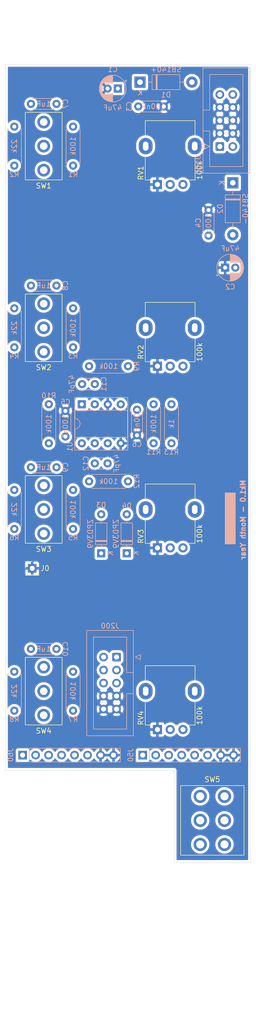
<source format=kicad_pcb>
(kicad_pcb (version 20240108) (generator "pcbnew") (generator_version "8.0")
  (title_block (rev "1") (company "DMH Instruments") (comment 1 "10cm Kosmo format synthesizer module PCB"))
  (layers (0 "F.Cu" signal) (31 "B.Cu" signal) (34 "B.Paste" user) (35 "F.Paste" user) (36 "B.SilkS" user "B.Silkscreen") (37 "F.SilkS" user "F.Silkscreen") (38 "B.Mask" user) (39 "F.Mask" user) (44 "Edge.Cuts" user))
  (net 0 "")
  (net 1 "+12V")
  (net 2 "GND")
  (net 3 "-12V")
  (net 4 "Net-(D1-A)")
  (net 5 "Net-(D4-K)")
  (net 6 "Net-(D4-A)")
  (net 7 "Net-(SW1-C)")
  (net 8 "Net-(D3-A)")
  (net 9 "Net-(SW2-C)")
  (net 10 "Net-(SW3-C)")
  (net 11 "Net-(U1B--)")
  (net 12 "Net-(SW4-C)")
  (net 13 "/Core Circuit/Input 4")
  (net 14 "/Core Circuit/Output")
  (net 15 "Net-(C12-Pad2)")
  (net 16 "/Core Circuit/Input 1")
  (net 17 "/Core Circuit/Input 2")
  (net 18 "/Core Circuit/Input 3")
  (net 19 "Net-(J200-Pin_3)")
  (net 20 "Net-(J200-Pin_6)")
  (net 21 "Net-(J200-Pin_7)")
  (net 22 "Net-(D2-K)")
  (net 23 "Net-(J200-Pin_1)")
  (net 24 "Net-(J200-Pin_2)")
  (net 25 "Net-(SW1-B)")
  (net 26 "Net-(SW2-B)")
  (net 27 "Net-(SW3-B)")
  (net 28 "Net-(SW4-B)")
  (net 29 "Net-(C7-Pad2)")
  (net 30 "Net-(SW1-A)")
  (net 31 "Net-(SW2-A)")
  (net 32 "Net-(C8-Pad2)")
  (net 33 "Net-(SW3-A)")
  (net 34 "Net-(C9-Pad2)")
  (net 35 "Net-(SW4-A)")
  (net 36 "Net-(C10-Pad2)")
  (net 37 "Net-(D3-K)")
  (net 41 "Net-(R11-Pad1)")
  (footprint "SynthStuff:Potentiometer_Alpha_RD901F-40-00D_Single_Vertical" (layer "F.Cu") (at 80.75 172.5 90)
    (property "Reference" "RV4" (at 2.25 -3.25 90) (layer "F.SilkS"))
    (property "Value" "100k" (at 2.75 8.25 90) (layer "F.SilkS"))
    (pad "" thru_hole oval (at 7.5 -2.3 180) (size 2.72 3.24) (drill oval 1.1 1.8) (layers "*.Cu" "*.Mask"))
    (pad "" thru_hole oval (at 7.5 7.3 180) (size 2.72 3.24) (drill oval 1.1 1.8) (layers "*.Cu" "*.Mask"))
    (pad "1" thru_hole rect (at 0 0 180) (size 1.8 1.8) (drill 1) (layers "*.Cu" "*.Mask") (net 2 "GND"))
    (pad "2" thru_hole circle (at 0 2.5 180) (size 1.8 1.8) (drill 1) (layers "*.Cu" "*.Mask") (net 28 "Net-(SW4-B)"))
    (pad "3" thru_hole circle (at 0 5 180) (size 1.8 1.8) (drill 1) (layers "*.Cu" "*.Mask") (net 13 "/Core Circuit/Input 4"))
  )
  (footprint "SynthStuff:Toggle_Switch_THT" (layer "F.Cu") (at 58.5 94)
    (property "Reference" "SW2" (at 0 7.75 0) (layer "F.SilkS"))
    (property "Value" "SW_SPDT_321" (hide yes))
    (pad "1" thru_hole circle (at 0 4.7 90) (size 2.5 2.5) (drill 1.5) (layers "*.Cu" "*.Mask") (net 9 "Net-(SW2-C)"))
    (pad "2" thru_hole circle (at 0 0 90) (size 2.5 2.5) (drill 1.5) (layers "*.Cu" "*.Mask") (net 26 "Net-(SW2-B)"))
    (pad "3" thru_hole circle (at 0 -4.7 90) (size 2.5 2.5) (drill 1.5) (layers "*.Cu" "*.Mask") (net 31 "Net-(SW2-A)"))
  )
  (footprint "SynthStuff:Toggle_Switch_THT" (layer "F.Cu") (at 58.5 129.5)
    (property "Reference" "SW3" (at 0 7.75 0) (layer "F.SilkS"))
    (property "Value" "SW_SPDT_321" (hide yes))
    (pad "1" thru_hole circle (at 0 4.7 90) (size 2.5 2.5) (drill 1.5) (layers "*.Cu" "*.Mask") (net 10 "Net-(SW3-C)"))
    (pad "2" thru_hole circle (at 0 0 90) (size 2.5 2.5) (drill 1.5) (layers "*.Cu" "*.Mask") (net 27 "Net-(SW3-B)"))
    (pad "3" thru_hole circle (at 0 -4.7 90) (size 2.5 2.5) (drill 1.5) (layers "*.Cu" "*.Mask") (net 33 "Net-(SW3-A)"))
  )
  (footprint "SynthStuff:Toggle_Switch_THT" (layer "F.Cu") (at 58.5 58.5)
    (property "Reference" "SW1" (at 0 7.75 0) (layer "F.SilkS"))
    (property "Value" "SW_SPDT_321" (hide yes))
    (pad "1" thru_hole circle (at 0 4.7 90) (size 2.5 2.5) (drill 1.5) (layers "*.Cu" "*.Mask") (net 7 "Net-(SW1-C)"))
    (pad "2" thru_hole circle (at 0 0 90) (size 2.5 2.5) (drill 1.5) (layers "*.Cu" "*.Mask") (net 25 "Net-(SW1-B)"))
    (pad "3" thru_hole circle (at 0 -4.7 90) (size 2.5 2.5) (drill 1.5) (layers "*.Cu" "*.Mask") (net 30 "Net-(SW1-A)"))
  )
  (footprint "SynthStuff:Toggle_Switch_THT" (layer "F.Cu") (at 58.5 165)
    (property "Reference" "SW4" (at 0 7.75 0) (layer "F.SilkS"))
    (property "Value" "SW_SPDT_321" (hide yes))
    (pad "1" thru_hole circle (at 0 4.7 90) (size 2.5 2.5) (drill 1.5) (layers "*.Cu" "*.Mask") (net 12 "Net-(SW4-C)"))
    (pad "2" thru_hole circle (at 0 0 90) (size 2.5 2.5) (drill 1.5) (layers "*.Cu" "*.Mask") (net 28 "Net-(SW4-B)"))
    (pad "3" thru_hole circle (at 0 -4.7 90) (size 2.5 2.5) (drill 1.5) (layers "*.Cu" "*.Mask") (net 35 "Net-(SW4-A)"))
  )
  (footprint "SynthStuff:Toggle_Switch_2_Poles_THT" (layer "F.Cu") (at 91.5 190.25)
    (property "Reference" "SW5" (at 0 -8 0) (layer "F.SilkS"))
    (property "Value" "SW_DPDT")
    (pad "1" thru_hole circle (at -2.375 4.7 90) (size 2.6 2.6) (drill 1.6) (layers "*.Cu" "*.Mask") (net 37 "Net-(D3-K)"))
    (pad "2" thru_hole circle (at -2.375 0 90) (size 2.6 2.6) (drill 1.6) (layers "*.Cu" "*.Mask") (net 5 "Net-(D4-K)"))
    (pad "3" thru_hole circle (at -2.375 -4.7 90) (size 2.6 2.6) (drill 1.6) (layers "*.Cu" "*.Mask"))
    (pad "4" thru_hole circle (at 2.375 4.7 90) (size 2.6 2.6) (drill 1.6) (layers "*.Cu" "*.Mask") (net 11 "Net-(U1B--)"))
    (pad "5" thru_hole circle (at 2.375 0 90) (size 2.6 2.6) (drill 1.6) (layers "*.Cu" "*.Mask") (net 41 "Net-(R11-Pad1)"))
    (pad "6" thru_hole circle (at 2.375 -4.7 90) (size 2.6 2.6) (drill 1.6) (layers "*.Cu" "*.Mask"))
  )
  (footprint "SynthStuff:Potentiometer_Alpha_RD901F-40-00D_Single_Vertical" (layer "F.Cu") (at 80.75 101.5 90)
    (property "Reference" "RV2" (at 2.75 -3.25 90) (layer "F.SilkS"))
    (property "Value" "100k" (at 2.75 8.25 90) (layer "F.SilkS"))
    (pad "" thru_hole oval (at 7.5 -2.3 180) (size 2.72 3.24) (drill oval 1.1 1.8) (layers "*.Cu" "*.Mask"))
    (pad "" thru_hole oval (at 7.5 7.3 180) (size 2.72 3.24) (drill oval 1.1 1.8) (layers "*.Cu" "*.Mask"))
    (pad "1" thru_hole rect (at 0 0 180) (size 1.8 1.8) (drill 1) (layers "*.Cu" "*.Mask") (net 2 "GND"))
    (pad "2" thru_hole circle (at 0 2.5 180) (size 1.8 1.8) (drill 1) (layers "*.Cu" "*.Mask") (net 26 "Net-(SW2-B)"))
    (pad "3" thru_hole circle (at 0 5 180) (size 1.8 1.8) (drill 1) (layers "*.Cu" "*.Mask") (net 17 "/Core Circuit/Input 2"))
  )
  (footprint "Connector_PinHeader_2.54mm:PinHeader_1x01_P2.54mm_Vertical" (layer "F.Cu") (at 56.25 141)
    (property "Reference" "J0" (at 2.5 0 0) (layer "F.SilkS"))
    (property "Value" "Conn_01x01" (hide yes))
    (pad "1" thru_hole rect (at 0 0) (size 1.7 1.7) (drill 1) (layers "*.Cu" "*.Mask") (net 2 "GND"))
  )
  (footprint "SynthStuff:Potentiometer_Alpha_RD901F-40-00D_Single_Vertical" (layer "F.Cu") (at 80.75 137 90)
    (property "Reference" "RV3" (at 2.25 -3.25 90) (layer "F.SilkS"))
    (property "Value" "100k" (at 2.75 8.25 90) (layer "F.SilkS"))
    (pad "" thru_hole oval (at 7.5 -2.3 180) (size 2.72 3.24) (drill oval 1.1 1.8) (layers "*.Cu" "*.Mask"))
    (pad "" thru_hole oval (at 7.5 7.3 180) (size 2.72 3.24) (drill oval 1.1 1.8) (layers "*.Cu" "*.Mask"))
    (pad "1" thru_hole rect (at 0 0 180) (size 1.8 1.8) (drill 1) (layers "*.Cu" "*.Mask") (net 2 "GND"))
    (pad "2" thru_hole circle (at 0 2.5 180) (size 1.8 1.8) (drill 1) (layers "*.Cu" "*.Mask") (net 27 "Net-(SW3-B)"))
    (pad "3" thru_hole circle (at 0 5 180) (size 1.8 1.8) (drill 1) (layers "*.Cu" "*.Mask") (net 18 "/Core Circuit/Input 3"))
  )
  (footprint "SynthStuff:Potentiometer_Alpha_RD901F-40-00D_Single_Vertical" (layer "F.Cu") (at 80.75 66 90)
    (property "Reference" "RV1" (at 2.25 -3.25 90) (layer "F.SilkS"))
    (property "Value" "100k" (at 2.75 8.25 90) (layer "F.SilkS"))
    (pad "" thru_hole oval (at 7.5 -2.3 180) (size 2.72 3.24) (drill oval 1.1 1.8) (layers "*.Cu" "*.Mask"))
    (pad "" thru_hole oval (at 7.5 7.3 180) (size 2.72 3.24) (drill oval 1.1 1.8) (layers "*.Cu" "*.Mask"))
    (pad "1" thru_hole rect (at 0 0 180) (size 1.8 1.8) (drill 1) (layers "*.Cu" "*.Mask") (net 2 "GND"))
    (pad "2" thru_hole circle (at 0 2.5 180) (size 1.8 1.8) (drill 1) (layers "*.Cu" "*.Mask") (net 25 "Net-(SW1-B)"))
    (pad "3" thru_hole circle (at 0 5 180) (size 1.8 1.8) (drill 1) (layers "*.Cu" "*.Mask") (net 16 "/Core Circuit/Input 1"))
  )
  (footprint "Diode_THT:D_DO-35_SOD27_P7.62mm_Horizontal" (layer "B.Cu") (at 74.75 138.06 90)
    (property "Reference" "D4" (at 9.31 0 180) (layer "B.SilkS") (effects (justify mirror)))
    (property "Value" "ZPD3V9" (at 3.81 -2.12 90) (layer "B.SilkS") (effects (justify mirror)))
    (fp_text user "K" (at 0 1.8 90) (layer "B.SilkS") (effects (justify mirror)))
    (pad "1" thru_hole rect (at 0 0 90) (size 1.6 1.6) (drill 0.8) (layers "*.Cu" "*.Mask") (net 5 "Net-(D4-K)"))
    (pad "2" thru_hole oval (at 7.62 0 90) (size 1.6 1.6) (drill 0.8) (layers "*.Cu" "*.Mask") (net 6 "Net-(D4-A)"))
  )
  (footprint "SynthStuff:IDC-Header_2x05_P2.54mm_Vertical_BackBone" (layer "B.Cu") (at 72.7525 158.34 180)
    (property "Reference" "J200" (at 1.27 6.1 0) (layer "B.SilkS") (effects (justify mirror)))
    (property "Value" "IDC_02x05")
    (pad "1" thru_hole roundrect (at 0 0 180) (size 1.7 1.7) (drill 1) (layers "*.Cu" "*.Mask") (roundrect_rratio 0.147059) (net 23 "Net-(J200-Pin_1)"))
    (pad "2" thru_hole circle (at 0 -2.54 180) (size 1.7 1.7) (drill 1) (layers "*.Cu" "*.Mask") (net 24 "Net-(J200-Pin_2)"))
    (pad "3" thru_hole circle (at 0 -5.08 180) (size 1.7 1.7) (drill 1) (layers "*.Cu" "*.Mask") (net 19 "Net-(J200-Pin_3)"))
    (pad "4" thru_hole circle (at 0 -7.62 180) (size 1.7 1.7) (drill 1) (layers "*.Cu" "*.Mask") (net 2 "GND"))
    (pad "5" thru_hole circle (at 0 -10.16 180) (size 1.7 1.7) (drill 1) (layers "*.Cu" "*.Mask") (net 2 "GND"))
    (pad "6" thru_hole circle (at 2.54 0 180) (size 1.7 1.7) (drill 1) (layers "*.Cu" "*.Mask") (net 20 "Net-(J200-Pin_6)"))
    (pad "7" thru_hole circle (at 2.54 -2.54 180) (size 1.7 1.7) (drill 1) (layers "*.Cu" "*.Mask") (net 21 "Net-(J200-Pin_7)"))
    (pad "8" thru_hole circle (at 2.54 -5.08 180) (size 1.7 1.7) (drill 1) (layers "*.Cu" "*.Mask"))
    (pad "9" thru_hole circle (at 2.54 -7.62 180) (size 1.7 1.7) (drill 1) (layers "*.Cu" "*.Mask") (net 2 "GND"))
    (pad "10" thru_hole circle (at 2.54 -10.16 180) (size 1.7 1.7) (drill 1) (layers "*.Cu" "*.Mask") (net 2 "GND"))
  )
  (footprint "Diode_THT:D_DO-41_SOD81_P10.16mm_Horizontal" (layer "B.Cu") (at 77.34 46)
    (property "Reference" "D1" (at 5.08 2.47 180) (layer "B.SilkS") (effects (justify mirror)))
    (property "Value" "SB140+" (at 5.08 -2.47 180) (layer "B.SilkS") (effects (justify mirror)))
    (fp_text user "K" (at 0 2.1 180) (layer "B.SilkS") (effects (justify mirror)))
    (pad "1" thru_hole rect (at 0 0) (size 2.2 2.2) (drill 1.1) (layers "*.Cu" "*.Mask") (net 1 "+12V"))
    (pad "2" thru_hole oval (at 10.16 0) (size 2.2 2.2) (drill 1.1) (layers "*.Cu" "*.Mask") (net 4 "Net-(D1-A)"))
  )
  (footprint "Resistor_THT:R_Axial_DIN0207_L6.3mm_D2.5mm_P7.62mm_Horizontal" (layer "B.Cu") (at 64.25 161.19 -90)
    (property "Reference" "R7" (at 9.31 0 180) (layer "B.SilkS") (effects (justify mirror)))
    (property "Value" "100k" (at 3.81 0 90) (layer "B.SilkS") (effects (justify mirror)))
    (pad "1" thru_hole circle (at 0 0 270) (size 1.6 1.6) (drill 0.8) (layers "*.Cu" "*.Mask") (net 35 "Net-(SW4-A)"))
    (pad "2" thru_hole oval (at 7.62 0 270) (size 1.6 1.6) (drill 0.8) (layers "*.Cu" "*.Mask") (net 8 "Net-(D3-A)"))
  )
  (footprint "Capacitor_THT:C_Disc_D3.0mm_W2.0mm_P2.50mm" (layer "B.Cu") (at 71 120.5 180)
    (property "Reference" "C12" (at 4.25 0 90) (layer "B.SilkS") (effects (justify mirror)))
    (property "Value" "47pF" (at -1.75 0 90) (layer "B.SilkS") (effects (justify mirror)))
    (pad "1" thru_hole circle (at 0 0 180) (size 1.6 1.6) (drill 0.8) (layers "*.Cu" "*.Mask") (net 11 "Net-(U1B--)"))
    (pad "2" thru_hole circle (at 2.5 0 180) (size 1.6 1.6) (drill 0.8) (layers "*.Cu" "*.Mask") (net 15 "Net-(C12-Pad2)"))
  )
  (footprint "SynthStuff:IDC-Header_2x05_P2.54mm_Vertical_Eurorack" (layer "B.Cu") (at 92.96 58.58)
    (property "Reference" "J100" (at -4.2475 3.67 -90) (layer "B.SilkS") (effects (justify mirror)))
    (property "Value" "IDC_02x05")
    (pad "1a" thru_hole roundrect (at 0 0) (size 1.7 1.7) (drill 1) (layers "*.Cu" "*.Mask") (roundrect_rratio 0.147059) (net 22 "Net-(D2-K)"))
    (pad "1b" thru_hole circle (at 2.54 0) (size 1.7 1.7) (drill 1) (layers "*.Cu" "*.Mask") (net 22 "Net-(D2-K)"))
    (pad "2a" thru_hole circle (at 0 -2.54) (size 1.7 1.7) (drill 1) (layers "*.Cu" "*.Mask") (net 2 "GND"))
    (pad "2b" thru_hole circle (at 2.54 -2.54) (size 1.7 1.7) (drill 1) (layers "*.Cu" "*.Mask") (net 2 "GND"))
    (pad "3a" thru_hole circle (at 0 -5.08) (size 1.7 1.7) (drill 1) (layers "*.Cu" "*.Mask") (net 2 "GND"))
    (pad "3b" thru_hole circle (at 2.54 -5.08) (size 1.7 1.7) (drill 1) (layers "*.Cu" "*.Mask") (net 2 "GND"))
    (pad "4a" thru_hole circle (at 0 -7.62) (size 1.7 1.7) (drill 1) (layers "*.Cu" "*.Mask") (net 2 "GND"))
    (pad "4b" thru_hole circle (at 2.54 -7.62) (size 1.7 1.7) (drill 1) (layers "*.Cu" "*.Mask") (net 2 "GND"))
    (pad "5a" thru_hole circle (at 0 -10.16) (size 1.7 1.7) (drill 1) (layers "*.Cu" "*.Mask") (net 4 "Net-(D1-A)"))
    (pad "5b" thru_hole circle (at 2.54 -10.16) (size 1.7 1.7) (drill 1) (layers "*.Cu" "*.Mask") (net 4 "Net-(D1-A)"))
  )
  (footprint "Diode_THT:D_DO-41_SOD81_P10.16mm_Horizontal" (layer "B.Cu") (at 95.5 65.67 -90)
    (property "Reference" "D2" (at 5.08 2.47 90) (layer "B.SilkS") (effects (justify mirror)))
    (property "Value" "SB140-" (at 5.08 -2.47 90) (layer "B.SilkS") (effects (justify mirror)))
    (fp_text user "K" (at 0 2.1 90) (layer "B.SilkS") (effects (justify mirror)))
    (pad "1" thru_hole rect (at 0 0 270) (size 2.2 2.2) (drill 1.1) (layers "*.Cu" "*.Mask") (net 22 "Net-(D2-K)"))
    (pad "2" thru_hole oval (at 10.16 0 270) (size 2.2 2.2) (drill 1.1) (layers "*.Cu" "*.Mask") (net 3 "-12V"))
  )
  (footprint "Connector_PinSocket_2.54mm:PinSocket_1x08_P2.54mm_Vertical" (layer "B.Cu") (at 77.875 177.5 -90)
    (property "Reference" "J50" (at 0 2.375 90) (layer "B.SilkS") (effects (justify mirror)))
    (property "Value" "Conn_01x08")
    (pad "1" thru_hole rect (at 0 0 270) (size 1.7 1.7) (drill 1) (layers "*.Cu" "*.Mask") (net 16 "/Core Circuit/Input 1"))
    (pad "2" thru_hole oval (at 0 -2.54 270) (size 1.7 1.7) (drill 1) (layers "*.Cu" "*.Mask") (net 17 "/Core Circuit/Input 2"))
    (pad "3" thru_hole oval (at 0 -5.08 270) (size 1.7 1.7) (drill 1) (layers "*.Cu" "*.Mask") (net 18 "/Core Circuit/Input 3"))
    (pad "4" thru_hole oval (at 0 -7.62 270) (size 1.7 1.7) (drill 1) (layers "*.Cu" "*.Mask") (net 13 "/Core Circuit/Input 4"))
    (pad "5" thru_hole oval (at 0 -10.16 270) (size 1.7 1.7) (drill 1) (layers "*.Cu" "*.Mask") (net 14 "/Core Circuit/Output"))
    (pad "6" thru_hole oval (at 0 -12.7 270) (size 1.7 1.7) (drill 1) (layers "*.Cu" "*.Mask"))
    (pad "7" thru_hole oval (at 0 -15.24 270) (size 1.7 1.7) (drill 1) (layers "*.Cu" "*.Mask") (net 2 "GND"))
    (pad "8" thru_hole oval (at 0 -17.78 270) (size 1.7 1.7) (drill 1) (layers "*.Cu" "*.Mask") (net 2 "GND"))
  )
  (footprint "Resistor_THT:R_Axial_DIN0207_L6.3mm_D2.5mm_P7.62mm_Horizontal" (layer "B.Cu") (at 52.75 161.19 -90)
    (property "Reference" "R8" (at 9.31 0 360) (layer "B.SilkS") (effects (justify mirror)))
    (property "Value" "22k" (at 3.81 0 90) (layer "B.SilkS") (effects (justify mirror)))
    (pad "1" thru_hole circle (at 0 0 270) (size 1.6 1.6) (drill 0.8) (layers "*.Cu" "*.Mask") (net 36 "Net-(C10-Pad2)"))
    (pad "2" thru_hole oval (at 7.62 0 270) (size 1.6 1.6) (drill 0.8) (layers "*.Cu" "*.Mask") (net 8 "Net-(D3-A)"))
  )
  (footprint "Resistor_THT:R_Axial_DIN0207_L6.3mm_D2.5mm_P7.62mm_Horizontal" (layer "B.Cu") (at 75 101.5 180)
    (property "Reference" "R9" (at -1.69 0 90) (layer "B.SilkS") (effects (justify mirror)))
    (property "Value" "100k" (at 3.81 0 360) (layer "B.SilkS") (effects (justify mirror)))
    (pad "1" thru_hole circle (at 0 0 180) (size 1.6 1.6) (drill 0.8) (layers "*.Cu" "*.Mask") (net 8 "Net-(D3-A)"))
    (pad "2" thru_hole oval (at 7.62 0 180) (size 1.6 1.6) (drill 0.8) (layers "*.Cu" "*.Mask") (net 6 "Net-(D4-A)"))
  )
  (footprint "Resistor_THT:R_Axial_DIN0207_L6.3mm_D2.5mm_P7.62mm_Horizontal" (layer "B.Cu") (at 75 124 180)
    (property "Reference" "R12" (at -1.69 0 90) (layer "B.SilkS") (effects (justify mirror)))
    (property "Value" "100k" (at 3.81 0 360) (layer "B.SilkS") (effects (justify mirror)))
    (pad "1" thru_hole circle (at 0 0 180) (size 1.6 1.6) (drill 0.8) (layers "*.Cu" "*.Mask") (net 11 "Net-(U1B--)"))
    (pad "2" thru_hole oval (at 7.62 0 180) (size 1.6 1.6) (drill 0.8) (layers "*.Cu" "*.Mask") (net 15 "Net-(C12-Pad2)"))
  )
  (footprint "Resistor_THT:R_Axial_DIN0207_L6.3mm_D2.5mm_P7.62mm_Horizontal" (layer "B.Cu") (at 83.5 116.56 90)
    (property "Reference" "R13" (at -1.69 0 360) (layer "B.SilkS") (effects (justify mirror)))
    (property "Value" "1k" (at 3.81 0 90) (layer "B.SilkS") (effects (justify mirror)))
    (pad "1" thru_hole circle (at 0 0 90) (size 1.6 1.6) (drill 0.8) (layers "*.Cu" "*.Mask") (net 15 "Net-(C12-Pad2)"))
    (pad "2" thru_hole oval (at 7.62 0 90) (size 1.6 1.6) (drill 0.8) (layers "*.Cu" "*.Mask") (net 14 "/Core Circuit/Output"))
  )
  (footprint "Resistor_THT:R_Axial_DIN0207_L6.3mm_D2.5mm_P7.62mm_Horizontal" (layer "B.Cu") (at 52.75 90.19 -90)
    (property "Reference" "R4" (at 9.31 0 360) (layer "B.SilkS") (effects (justify mirror)))
    (property "Value" "22k" (at 3.81 0 90) (layer "B.SilkS") (effects (justify mirror)))
    (pad "1" thru_hole circle (at 0 0 270) (size 1.6 1.6) (drill 0.8) (layers "*.Cu" "*.Mask") (net 32 "Net-(C8-Pad2)"))
    (pad "2" thru_hole oval (at 7.62 0 270) (size 1.6 1.6) (drill 0.8) (layers "*.Cu" "*.Mask") (net 8 "Net-(D3-A)"))
  )
  (footprint "Resistor_THT:R_Axial_DIN0207_L6.3mm_D2.5mm_P7.62mm_Horizontal" (layer "B.Cu") (at 64.25 54.69 -90)
    (property "Reference" "R1" (at 9.31 0 360) (layer "B.SilkS") (effects (justify mirror)))
    (property "Value" "100k" (at 3.81 0 90) (layer "B.SilkS") (effects (justify mirror)))
    (pad "1" thru_hole circle (at 0 0 270) (size 1.6 1.6) (drill 0.8) (layers "*.Cu" "*.Mask") (net 30 "Net-(SW1-A)"))
    (pad "2" thru_hole oval (at 7.62 0 270) (size 1.6 1.6) (drill 0.8) (layers "*.Cu" "*.Mask") (net 8 "Net-(D3-A)"))
  )
  (footprint "Capacitor_THT:C_Disc_D4.3mm_W1.9mm_P5.00mm" (layer "B.Cu") (at 61 156.75 180)
    (property "Reference" "C10" (at -1.75 0 90) (layer "B.SilkS") (effects (justify mirror)))
    (property "Value" "1uF" (at 2.5 0 360) (layer "B.SilkS") (effects (justify mirror)))
    (pad "1" thru_hole circle (at 0 0 180) (size 1.6 1.6) (drill 0.8) (layers "*.Cu" "*.Mask") (net 12 "Net-(SW4-C)"))
    (pad "2" thru_hole circle (at 5 0 180) (size 1.6 1.6) (drill 0.8) (layers "*.Cu" "*.Mask") (net 36 "Net-(C10-Pad2)"))
  )
  (footprint "Capacitor_THT:C_Disc_D4.3mm_W1.9mm_P5.00mm" (layer "B.Cu") (at 61 85.75 180)
    (property "Reference" "C8" (at -1.75 0 90) (layer "B.SilkS") (effects (justify mirror)))
    (property "Value" "1uF" (at 2.5 0 360) (layer "B.SilkS") (effects (justify mirror)))
    (pad "1" thru_hole circle (at 0 0 180) (size 1.6 1.6) (drill 0.8) (layers "*.Cu" "*.Mask") (net 9 "Net-(SW2-C)"))
    (pad "2" thru_hole circle (at 5 0 180) (size 1.6 1.6) (drill 0.8) (layers "*.Cu" "*.Mask") (net 32 "Net-(C8-Pad2)"))
  )
  (footprint "Resistor_THT:R_Axial_DIN0207_L6.3mm_D2.5mm_P7.62mm_Horizontal" (layer "B.Cu") (at 64.25 125.69 -90)
    (property "Reference" "R5" (at 9.31 0 360) (layer "B.SilkS") (effects (justify mirror)))
    (property "Value" "100k" (at 3.81 0 90) (layer "B.SilkS") (effects (justify mirror)))
    (pad "1" thru_hole circle (at 0 0 270) (size 1.6 1.6) (drill 0.8) (layers "*.Cu" "*.Mask") (net 33 "Net-(SW3-A)"))
    (pad "2" thru_hole oval (at 7.62 0 270) (size 1.6 1.6) (drill 0.8) (layers "*.Cu" "*.Mask") (net 8 "Net-(D3-A)"))
  )
  (footprint "Resistor_THT:R_Axial_DIN0207_L6.3mm_D2.5mm_P7.62mm_Horizontal" (layer "B.Cu") (at 52.75 54.69 -90)
    (property "Reference" "R2" (at 9.31 0 360) (layer "B.SilkS") (effects (justify mirror)))
    (property "Value" "22k" (at 3.81 0 90) (layer "B.SilkS") (effects (justify mirror)))
    (pad "1" thru_hole circle (at 0 0 270) (size 1.6 1.6) (drill 0.8) (layers "*.Cu" "*.Mask") (net 29 "Net-(C7-Pad2)"))
    (pad "2" thru_hole oval (at 7.62 0 270) (size 1.6 1.6) (drill 0.8) (layers "*.Cu" "*.Mask") (net 8 "Net-(D3-A)"))
  )
  (footprint "Diode_THT:D_DO-35_SOD27_P7.62mm_Horizontal" (layer "B.Cu") (at 69.75 138.06 90)
    (property "Reference" "D3" (at 9.41 0 360) (layer "B.SilkS") (effects (justify mirror)))
    (property "Value" "ZPD3V9" (at 3.81 -2.12 90) (layer "B.SilkS") (effects (justify mirror)))
    (fp_text user "K" (at 0 1.8 90) (layer "B.SilkS") (effects (justify mirror)))
    (pad "1" thru_hole rect (at 0 0 90) (size 1.6 1.6) (drill 0.8) (layers "*.Cu" "*.Mask") (net 37 "Net-(D3-K)"))
    (pad "2" thru_hole oval (at 7.62 0 90) (size 1.6 1.6) (drill 0.8) (layers "*.Cu" "*.Mask") (net 8 "Net-(D3-A)"))
  )
  (footprint "Capacitor_THT:CP_Radial_D5.0mm_P2.00mm" (layer "B.Cu") (at 73 47.25 180)
    (property "Reference" "C1" (at 1 3.75 0) (layer "B.SilkS") (effects (justify mirror)))
    (property "Value" "47uF" (at 1 -3.75 0) (layer "B.SilkS") (effects (justify mirror)))
    (pad "1" thru_hole rect (at 0 0 180) (size 1.6 1.6) (drill 0.8) (layers "*.Cu" "*.Mask") (net 1 "+12V"))
    (pad "2" thru_hole circle (at 2 0 180) (size 1.6 1.6) (drill 0.8) (layers "*.Cu" "*.Mask") (net 2 "GND"))
  )
  (footprint "Resistor_THT:R_Axial_DIN0207_L6.3mm_D2.5mm_P7.62mm_Horizontal" (layer "B.Cu") (at 59.5 108.94 -90)
    (property "Reference" "R10" (at -1.69 0 360) (layer "B.SilkS") (effects (justify mirror)))
    (property "Value" "100k" (at 3.81 0 90) (layer "B.SilkS") (effects (justify mirror)))
    (pad "1" thru_hole circle (at 0 0 270) (size 1.6 1.6) (drill 0.8) (layers "*.Cu" "*.Mask") (net 6 "Net-(D4-A)"))
    (pad "2" thru_hole oval (at 7.62 0 270) (size 1.6 1.6) (drill 0.8) (layers "*.Cu" "*.Mask") (net 11 "Net-(U1B--)"))
  )
  (footprint "Resistor_THT:R_Axial_DIN0207_L6.3mm_D2.5mm_P7.62mm_Horizontal" (layer "B.Cu") (at 64.25 90.19 -90)
    (property "Reference" "R3" (at 9.31 0 360) (layer "B.SilkS") (effects (justify mirror)))
    (property "Value" "100k" (at 3.81 0 90) (layer "B.SilkS") (effects (justify mirror)))
    (pad "1" thru_hole circle (at 0 0 270) (size 1.6 1.6) (drill 0.8) (layers "*.Cu" "*.Mask") (net 31 "Net-(SW2-A)"))
    (pad "2" thru_hole oval (at 7.62 0 270) (size 1.6 1.6) (drill 0.8) (layers "*.Cu" "*.Mask") (net 8 "Net-(D3-A)"))
  )
  (footprint "Capacitor_THT:C_Disc_D4.3mm_W1.9mm_P5.00mm" (layer "B.Cu") (at 77 50.75)
    (property "Reference" "C3" (at -1.75 0 90) (layer "B.SilkS") (effects (justify mirror)))
    (property "Value" "100nF" (at 3 0 360) (layer "B.SilkS") (effects (justify mirror)))
    (pad "1" thru_hole circle (at 0 0) (size 1.6 1.6) (drill 0.8) (layers "*.Cu" "*.Mask") (net 1 "+12V"))
    (pad "2" thru_hole circle (at 5 0) (size 1.6 1.6) (drill 0.8) (layers "*.Cu" "*.Mask") (net 2 "GND"))
  )
  (footprint "Resistor_THT:R_Axial_DIN0207_L6.3mm_D2.5mm_P7.62mm_Horizontal" (layer "B.Cu") (at 80 116.56 90)
    (property "Reference" "R11" (at -1.69 0 180) (layer "B.SilkS") (effects (justify mirror)))
    (property "Value" "100k" (at 3.81 0 90) (layer "B.SilkS") (effects (justify mirror)))
    (pad "1" thru_hole circle (at 0 0 90) (size 1.6 1.6) (drill 0.8) (layers "*.Cu" "*.Mask") (net 41 "Net-(R11-Pad1)"))
    (pad "2" thru_hole oval (at 7.62 0 90) (size 1.6 1.6) (drill 0.8) (layers "*.Cu" "*.Mask") (net 6 "Net-(D4-A)"))
  )
  (footprint "Capacitor_THT:C_Disc_D4.3mm_W1.9mm_P5.00mm" (layer "B.Cu") (at 76.75 115 90)
    (property "Reference" "C6" (at -1.75 0 360) (layer "B.SilkS") (effects (justify mirror)))
    (property "Value" "100nF" (at 3 0 90) (layer "B.SilkS") (effects (justify mirror)))
    (pad "1" thru_hole circle (at 0 0 90) (size 1.6 1.6) (drill 0.8) (layers "*.Cu" "*.Mask") (net 2 "GND"))
    (pad "2" thru_hole circle (at 5 0 90) (size 1.6 1.6) (drill 0.8) (layers "*.Cu" "*.Mask") (net 3 "-12V"))
  )
  (footprint "Capacitor_THT:C_Disc_D4.3mm_W1.9mm_P5.00mm" (layer "B.Cu") (at 90.75 71 -90)
    (property "Reference" "C4" (at 2.5 2 90) (layer "B.SilkS") (effects (justify mirror)))
    (property "Value" "100nF" (at 3 0 90) (layer "B.SilkS") (effects (justify mirror)))
    (pad "1" thru_hole circle (at 0 0 270) (size 1.6 1.6) (drill 0.8) (layers "*.Cu" "*.Mask") (net 2 "GND"))
    (pad "2" thru_hole circle (at 5 0 270) (size 1.6 1.6) (drill 0.8) (layers "*.Cu" "*.Mask") (net 3 "-12V"))
  )
  (footprint "Capacitor_THT:C_Disc_D3.0mm_W2.0mm_P2.50mm" (layer "B.Cu") (at 68.5 105 180)
    (property "Reference" "C11" (at -1.75 0 90) (layer "B.SilkS") (effects (justify mirror)))
    (property "Value" "47pF" (at 4.5 0 90) (layer "B.SilkS") (effects (justify mirror)))
    (pad "1" thru_hole circle (at 0 0 180) (size 1.6 1.6) (drill 0.8) (layers "*.Cu" "*.Mask") (net 8 "Net-(D3-A)"))
    (pad "2" thru_hole circle (at 2.5 0 180) (size 1.6 1.6) (drill 0.8) (layers "*.Cu" "*.Mask") (net 6 "Net-(D4-A)"))
  )
  (footprint "Resistor_THT:R_Axial_DIN0207_L6.3mm_D2.5mm_P7.62mm_Horizontal" (layer "B.Cu") (at 52.75 125.69 -90)
    (property "Reference" "R6" (at 9.31 0 360) (layer "B.SilkS") (effects (justify mirror)))
    (property "Value" "22k" (at 3.81 0 90) (layer "B.SilkS") (effects (justify mirror)))
    (pad "1" thru_hole circle (at 0 0 270) (size 1.6 1.6) (drill 0.8) (layers "*.Cu" "*.Mask") (net 34 "Net-(C9-Pad2)"))
    (pad "2" thru_hole oval (at 7.62 0 270) (size 1.6 1.6) (drill 0.8) (layers "*.Cu" "*.Mask") (net 8 "Net-(D3-A)"))
  )
  (footprint "Package_DIP:DIP-8_W7.62mm_Socket" (layer "B.Cu") (at 65.95 108.95 -90)
    (property "Reference" "U1" (at 8.3 2.33 90) (layer "B.SilkS") (effects (justify mirror)))
    (property "Value" "TL072")
    (pad "1" thru_hole rect (at 0 0 270) (size 1.6 1.6) (drill 0.8) (layers "*.Cu" "*.Mask") (net 6 "Net-(D4-A)"))
    (pad "2" thru_hole oval (at 0 -2.54 270) (size 1.6 1.6) (drill 0.8) (layers "*.Cu" "*.Mask") (net 8 "Net-(D3-A)"))
    (pad "3" thru_hole oval (at 0 -5.08 270) (size 1.6 1.6) (drill 0.8) (layers "*.Cu" "*.Mask") (net 2 "GND"))
    (pad "4" thru_hole oval (at 0 -7.62 270) (size 1.6 1.6) (drill 0.8) (layers "*.Cu" "*.Mask") (net 3 "-12V"))
    (pad "5" thru_hole oval (at 7.62 -7.62 270) (size 1.6 1.6) (drill 0.8) (layers "*.Cu" "*.Mask") (net 2 "GND"))
    (pad "6" thru_hole oval (at 7.62 -5.08 270) (size 1.6 1.6) (drill 0.8) (layers "*.Cu" "*.Mask") (net 11 "Net-(U1B--)"))
    (pad "7" thru_hole oval (at 7.62 -2.54 270) (size 1.6 1.6) (drill 0.8) (layers "*.Cu" "*.Mask") (net 15 "Net-(C12-Pad2)"))
    (pad "8" thru_hole oval (at 7.62 0 270) (size 1.6 1.6) (drill 0.8) (layers "*.Cu" "*.Mask") (net 1 "+12V"))
  )
  (footprint "Connector_PinSocket_2.54mm:PinSocket_1x08_P2.54mm_Vertical" (layer "B.Cu") (at 54.38 177.5 -90)
    (property "Reference" "J60" (at 0 2.38 90) (layer "B.SilkS") (effects (justify mirror)))
    (property "Value" "Conn_01x08")
    (pad "1" thru_hole rect (at 0 0 270) (size 1.7 1.7) (drill 1) (layers "*.Cu" "*.Mask") (net 23 "Net-(J200-Pin_1)"))
    (pad "2" thru_hole oval (at 0 -2.54 270) (size 1.7 1.7) (drill 1) (layers "*.Cu" "*.Mask") (net 24 "Net-(J200-Pin_2)"))
    (pad "3" thru_hole oval (at 0 -5.08 270) (size 1.7 1.7) (drill 1) (layers "*.Cu" "*.Mask") (net 19 "Net-(J200-Pin_3)"))
    (pad "4" thru_hole oval (at 0 -7.62 270) (size 1.7 1.7) (drill 1) (layers "*.Cu" "*.Mask") (net 20 "Net-(J200-Pin_6)"))
    (pad "5" thru_hole oval (at 0 -10.16 270) (size 1.7 1.7) (drill 1) (layers "*.Cu" "*.Mask") (net 21 "Net-(J200-Pin_7)"))
    (pad "6" thru_hole oval (at 0 -12.7 270) (size 1.7 1.7) (drill 1) (layers "*.Cu" "*.Mask"))
    (pad "7" thru_hole oval (at 0 -15.24 270) (size 1.7 1.7) (drill 1) (layers "*.Cu" "*.Mask") (net 2 "GND"))
    (pad "8" thru_hole oval (at 0 -17.78 270) (size 1.7 1.7) (drill 1) (layers "*.Cu" "*.Mask") (net 2 "GND"))
  )
  (footprint "Capacitor_THT:C_Disc_D4.3mm_W1.9mm_P5.00mm" (layer "B.Cu") (at 62.75 115.25 90)
    (property "Reference" "C5" (at 6.75 0 180) (layer "B.SilkS") (effects (justify mirror)))
    (property "Value" "100nF" (at 2 0 90) (layer "B.SilkS") (effects (justify mirror)))
    (pad "1" thru_hole circle (at 0 0 90) (size 1.6 1.6) (drill 0.8) (layers "*.Cu" "*.Mask") (net 1 "+12V"))
    (pad "2" thru_hole circle (at 5 0 90) (size 1.6 1.6) (drill 0.8) (layers "*.Cu" "*.Mask") (net 2 "GND"))
  )
  (footprint "Capacitor_THT:C_Disc_D4.3mm_W1.9mm_P5.00mm" (layer "B.Cu") (at 61 121.25 180)
    (property "Reference" "C9" (at -1.75 0 90) (layer "B.SilkS") (effects (justify mirror)))
    (property "Value" "1uF" (at 2.5 0 360) (layer "B.SilkS") (effects (justify mirror)))
    (pad "1" thru_hole circle (at 0 0 180) (size 1.6 1.6) (drill 0.8) (layers "*.Cu" "*.Mask") (net 10 "Net-(SW3-C)"))
    (pad "2" thru_hole circle (at 5 0 180) (size 1.6 1.6) (drill 0.8) (layers "*.Cu" "*.Mask") (net 34 "Net-(C9-Pad2)"))
  )
  (footprint "Capacitor_THT:C_Disc_D4.3mm_W1.9mm_P5.00mm" (layer "B.Cu") (at 61 50.25 180)
    (property "Reference" "C7" (at -1.75 0 90) (layer "B.SilkS") (effects (justify mirror)))
    (property "Value" "1uF" (at 2.5 0 360) (layer "B.SilkS") (effects (justify mirror)))
    (pad "1" thru_hole circle (at 0 0 180) (size 1.6 1.6) (drill 0.8) (layers "*.Cu" "*.Mask") (net 7 "Net-(SW1-C)"))
    (pad "2" thru_hole circle (at 5 0 180) (size 1.6 1.6) (drill 0.8) (layers "*.Cu" "*.Mask") (net 29 "Net-(C7-Pad2)"))
  )
  (footprint "Capacitor_THT:CP_Radial_D5.0mm_P2.00mm" (layer "B.Cu") (at 94 82.25)
    (property "Reference" "C2" (at 1 3.75 0) (layer "B.SilkS") (effects (justify mirror)))
    (property "Value" "47uF" (at 1 -3.75 0) (layer "B.SilkS") (effects (justify mirror)))
    (pad "1" thru_hole rect (at 0 0) (size 1.6 1.6) (drill 0.8) (layers "*.Cu" "*.Mask") (net 2 "GND"))
    (pad "2" thru_hole circle (at 2 0) (size 1.6 1.6) (drill 0.8) (layers "*.Cu" "*.Mask") (net 3 "-12V"))
  )
  (gr_rect (start 94 126.25) (end 96 136.25) (stroke (width 0.1)) (fill solid) (layer "B.SilkS"))
  (gr_line (start 84 198.5) (end 84 180.5) (stroke (width 0.05)) (layer "Edge.Cuts"))
  (gr_line (start 99 42.5) (end 99 198.5) (stroke (width 0.05)) (layer "Edge.Cuts"))
  (gr_line (start 51 180.5) (end 51 42.5) (stroke (width 0.05)) (layer "Edge.Cuts"))
  (gr_line (start 51 42.5) (end 99 42.5) (stroke (width 0.05)) (layer "Edge.Cuts"))
  (gr_line (start 99 198.5) (end 84 198.5) (stroke (width 0.05)) (layer "Edge.Cuts"))
  (gr_line (start 84 180.5) (end 51 180.5) (stroke (width 0.05)) (layer "Edge.Cuts"))
  (gr_text "Mk1.0 - Month Year" (at 97.5 131.5 90) (layer "B.SilkS") (effects (font (size 1 1) (thickness 0.25) (bold yes)) (justify mirror)))
  (segment (start 85.75 177.245) (end 85.495 177.5) (width 0.2) (layer "B.Cu") (net 13))
  (segment (start 58.5 160.56) (end 58.5 161.05) (width 0.2) (layer "B.Cu") (net 35))
  (zone (net 2) (net_name "GND") (layers "F&B.Cu") (name "Ground_plane") (connect_pads (clearance 0.5)) (min_thickness 0.25) (fill yes (thermal_gap 0.5) (thermal_bridge_width 0.5))
    (polygon (pts (xy 51 42.5) (xy 99 42.5) (xy 99 198.5) (xy 84 198.5) (xy 84 180.5) (xy 51 180.5)))
  )
)
</source>
